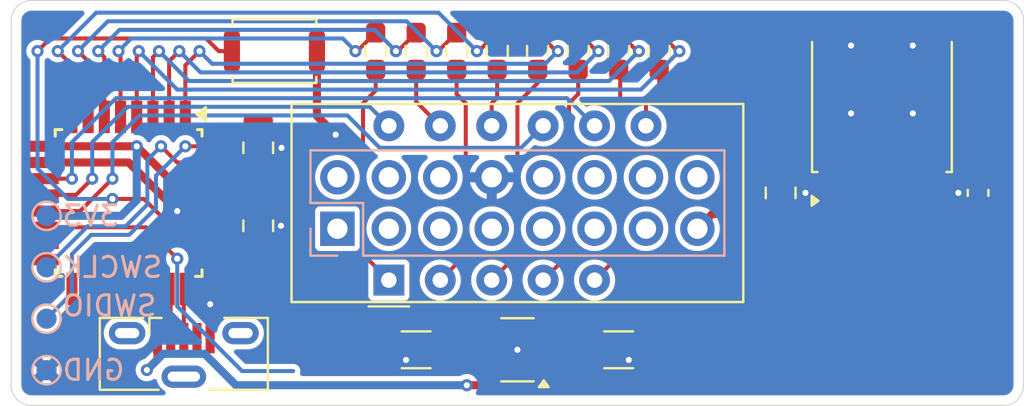
<source format=kicad_pcb>
(kicad_pcb (version 20240108) (generator "pcbnew") (generator_version "8.0")
  (layers (0 "F.Cu" signal) (31 "B.Cu" signal) (34 "B.Paste" user) (35 "F.Paste" user) (36 "B.SilkS" user "B.Silkscreen") (37 "F.SilkS" user "F.Silkscreen") (38 "B.Mask" user) (39 "F.Mask" user) (44 "Edge.Cuts" user))
  (net 0 "")
  (net 1 "GND")
  (net 2 "+5V")
  (net 3 "+12V")
  (net 19 "/USB_D+")
  (net 20 "/USB_D-")
  (net 33 "/~{RESET}")
  (net 35 "+3V3")
  (net 36 "Net-(U2-VDDCORE)")
  (net 37 "/SWCLK")
  (net 38 "/SWDIO")
  (net 39 "/A")
  (net 40 "Net-(U1-A)")
  (net 41 "Net-(U1-B)")
  (net 42 "/B")
  (net 43 "/C")
  (net 44 "Net-(U1-C)")
  (net 45 "Net-(U1-D)")
  (net 46 "/D")
  (net 47 "/E")
  (net 48 "Net-(U1-E)")
  (net 49 "Net-(U1-F)")
  (net 50 "/F")
  (net 51 "/G")
  (net 52 "Net-(U1-G)")
  (net 53 "Net-(U1-DP)")
  (net 54 "/DP")
  (net 55 "/DIG3")
  (net 56 "/DIG1")
  (net 57 "/DIG2")
  (net 59 "/V_MEASURE")
  (footprint "Resistor_SMD:R_0603_1608Metric_Pad0.98x0.95mm_HandSolder" (layer "F.Cu") (at 153 92.5 -90)
    (property "Reference" "R3" (hide yes))
    (property "Value" "120R" (hide yes))
    (fp_line (start -0.254724 0.5225) (end 0.254724 0.5225) (stroke (width 0.12)) (layer "F.SilkS"))
    (fp_line (start -0.254724 -0.5225) (end 0.254724 -0.5225) (stroke (width 0.12)) (layer "F.SilkS"))
    (pad "1" smd roundrect (at -0.9125 0 270) (size 0.975 0.95) (layers "F.Cu" "F.Paste" "F.Mask") (net 43 "/C"))
    (pad "2" smd roundrect (at 0.9125 0 270) (size 0.975 0.95) (layers "F.Cu" "F.Paste" "F.Mask") (net 44 "Net-(U1-C)"))
  )
  (footprint "Resistor_SMD:R_0603_1608Metric_Pad0.98x0.95mm_HandSolder" (layer "F.Cu") (at 143 92.5 -90)
    (property "Reference" "R5" (hide yes))
    (property "Value" "120R" (hide yes))
    (fp_line (start -0.254724 0.5225) (end 0.254724 0.5225) (stroke (width 0.12)) (layer "F.SilkS"))
    (fp_line (start -0.254724 -0.5225) (end 0.254724 -0.5225) (stroke (width 0.12)) (layer "F.SilkS"))
    (pad "1" smd roundrect (at -0.9125 0 270) (size 0.975 0.95) (layers "F.Cu" "F.Paste" "F.Mask") (net 47 "/E"))
    (pad "2" smd roundrect (at 0.9125 0 270) (size 0.975 0.95) (layers "F.Cu" "F.Paste" "F.Mask") (net 48 "Net-(U1-E)"))
  )
  (footprint "Capacitor_SMD:C_0805_2012Metric_Pad1.18x1.45mm_HandSolder" (layer "F.Cu") (at 163 99.5 90)
    (property "Reference" "C1" (hide yes))
    (property "Value" "330nF" (hide yes))
    (fp_line (start -0.261252 -0.735) (end 0.261252 -0.735) (stroke (width 0.12)) (layer "F.SilkS"))
    (fp_line (start -0.261252 0.735) (end 0.261252 0.735) (stroke (width 0.12)) (layer "F.SilkS"))
    (pad "1" smd roundrect (at -1.0375 0 90) (size 1.175 1.45) (layers "F.Cu" "F.Paste" "F.Mask") (roundrect_rratio 0.212766) (net 3 "+12V"))
    (pad "2" smd roundrect (at 1.0375 0 90) (size 1.175 1.45) (layers "F.Cu" "F.Paste" "F.Mask") (roundrect_rratio 0.212766) (net 1 "GND"))
  )
  (footprint "Resistor_SMD:R_0603_1608Metric_Pad0.98x0.95mm_HandSolder" (layer "F.Cu") (at 149 92.5 -90)
    (property "Reference" "R6" (hide yes))
    (property "Value" "120R" (hide yes))
    (fp_line (start -0.254724 0.5225) (end 0.254724 0.5225) (stroke (width 0.12)) (layer "F.SilkS"))
    (fp_line (start -0.254724 -0.5225) (end 0.254724 -0.5225) (stroke (width 0.12)) (layer "F.SilkS"))
    (pad "1" smd roundrect (at -0.9125 0 270) (size 0.975 0.95) (layers "F.Cu" "F.Paste" "F.Mask") (net 50 "/F"))
    (pad "2" smd roundrect (at 0.9125 0 270) (size 0.975 0.95) (layers "F.Cu" "F.Paste" "F.Mask") (net 49 "Net-(U1-F)"))
  )
  (footprint "Package_QFP:TQFP-32_7x7mm_P0.8mm" (layer "F.Cu") (at 130.8 100 -90)
    (property "Reference" "U2" (hide yes))
    (property "Value" "ATSAMD21E18A-A" (hide yes))
    (fp_line (start -3.625 3.625) (end -3.3 3.625) (stroke (width 0.15)) (layer "F.SilkS"))
    (fp_line (start -3.625 3.625) (end -3.625 3.3) (stroke (width 0.15)) (layer "F.SilkS"))
    (fp_line (start 3.625 3.625) (end 3.3 3.625) (stroke (width 0.15)) (layer "F.SilkS"))
    (fp_line (start 3.625 3.625) (end 3.625 3.3) (stroke (width 0.15)) (layer "F.SilkS"))
    (fp_line (start -3.625 -3.625) (end -3.625 -3.4) (stroke (width 0.15)) (layer "F.SilkS"))
    (fp_line (start -3.625 -3.625) (end -3.3 -3.625) (stroke (width 0.15)) (layer "F.SilkS"))
    (fp_line (start 3.625 -3.625) (end 3.625 -3.3) (stroke (width 0.15)) (layer "F.SilkS"))
    (fp_line (start 3.625 -3.625) (end 3.3 -3.625) (stroke (width 0.15)) (layer "F.SilkS"))
    (fp_poly (pts (xy -4.39 -3.34) (xy -4.73 -3.81) (xy -4.05 -3.81) (xy -4.39 -3.34)) (stroke (width 0.12)) (fill solid) (layer "F.SilkS"))
    (pad "1" smd rect (at -4.25 -2.8 270) (size 1.6 0.55) (layers "F.Cu" "F.Paste" "F.Mask") (net 54 "/DP"))
    (pad "2" smd rect (at -4.25 -2 270) (size 1.6 0.55) (layers "F.Cu" "F.Paste" "F.Mask") (net 43 "/C"))
    (pad "3" smd rect (at -4.25 -1.2 270) (size 1.6 0.55) (layers "F.Cu" "F.Paste" "F.Mask") (net 51 "/G"))
    (pad "4" smd rect (at -4.25 -0.4 270) (size 1.6 0.55) (layers "F.Cu" "F.Paste" "F.Mask") (net 42 "/B"))
    (pad "5" smd rect (at -4.25 0.4 270) (size 1.6 0.55) (layers "F.Cu" "F.Paste" "F.Mask") (net 47 "/E"))
    (pad "6" smd rect (at -4.25 1.2 270) (size 1.6 0.55) (layers "F.Cu" "F.Paste" "F.Mask") (net 39 "/A"))
    (pad "7" smd rect (at -4.25 2 270) (size 1.6 0.55) (layers "F.Cu" "F.Paste" "F.Mask") (net 46 "/D"))
    (pad "8" smd rect (at -4.25 2.8 270) (size 1.6 0.55) (layers "F.Cu" "F.Paste" "F.Mask") (net 50 "/F"))
    (pad "9" smd rect (at -2.8 4.25) (size 1.6 0.55) (layers "F.Cu" "F.Paste" "F.Mask") (net 35 "+3V3"))
    (pad "10" smd rect (at -2 4.25) (size 1.6 0.55) (layers "F.Cu" "F.Paste" "F.Mask") (net 1 "GND"))
    (pad "11" smd rect (at -1.2 4.25) (size 1.6 0.55) (layers "F.Cu" "F.Paste" "F.Mask") (net 55 "/DIG3"))
    (pad "12" smd rect (at -0.4 4.25) (size 1.6 0.55) (layers "F.Cu" "F.Paste" "F.Mask") (net 56 "/DIG1"))
    (pad "13" smd rect (at 0.4 4.25) (size 1.6 0.55) (layers "F.Cu" "F.Paste" "F.Mask") (net 57 "/DIG2"))
    (pad "14" smd rect (at 1.2 4.25) (size 1.6 0.55) (layers "F.Cu" "F.Paste" "F.Mask") (net 59 "/V_MEASURE"))
    (pad "15" smd rect (at 2 4.25) (size 1.6 0.55) (layers "F.Cu" "F.Paste" "F.Mask"))
    (pad "16" smd rect (at 2.8 4.25) (size 1.6 0.55) (layers "F.Cu" "F.Paste" "F.Mask"))
    (pad "17" smd rect (at 4.25 2.8 270) (size 1.6 0.55) (layers "F.Cu" "F.Paste" "F.Mask"))
    (pad "18" smd rect (at 4.25 2 270) (size 1.6 0.55) (layers "F.Cu" "F.Paste" "F.Mask"))
    (pad "19" smd rect (at 4.25 1.2 270) (size 1.6 0.55) (layers "F.Cu" "F.Paste" "F.Mask"))
    (pad "20" smd rect (at 4.25 0.4 270) (size 1.6 0.55) (layers "F.Cu" "F.Paste" "F.Mask"))
    (pad "21" smd rect (at 4.25 -0.4 270) (size 1.6 0.55) (layers "F.Cu" "F.Paste" "F.Mask"))
    (pad "22" smd rect (at 4.25 -1.2 270) (size 1.6 0.55) (layers "F.Cu" "F.Paste" "F.Mask"))
    (pad "23" smd rect (at 4.25 -2 270) (size 1.6 0.55) (layers "F.Cu" "F.Paste" "F.Mask") (net 20 "/USB_D-"))
    (pad "24" smd rect (at 4.25 -2.8 270) (size 1.6 0.55) (layers "F.Cu" "F.Paste" "F.Mask") (net 19 "/USB_D+"))
    (pad "25" smd rect (at 2.8 -4.25) (size 1.6 0.55) (layers "F.Cu" "F.Paste" "F.Mask"))
    (pad "26" smd rect (at 2 -4.25) (size 1.6 0.55) (layers "F.Cu" "F.Paste" "F.Mask") (net 33 "/~{RESET}"))
    (pad "27" smd rect (at 1.2 -4.25) (size 1.6 0.55) (layers "F.Cu" "F.Paste" "F.Mask"))
    (pad "28" smd rect (at 0.4 -4.25) (size 1.6 0.55) (layers "F.Cu" "F.Paste" "F.Mask") (net 1 "GND"))
    (pad "29" smd rect (at -0.4 -4.25) (size 1.6 0.55) (layers "F.Cu" "F.Paste" "F.Mask") (net 36 "Net-(U2-VDDCORE)"))
    (pad "30" smd rect (at -1.2 -4.25) (size 1.6 0.55) (layers "F.Cu" "F.Paste" "F.Mask") (net 35 "+3V3"))
    (pad "31" smd rect (at -2 -4.25) (size 1.6 0.55) (layers "F.Cu" "F.Paste" "F.Mask") (net 37 "/SWCLK"))
    (pad "32" smd rect (at -2.8 -4.25) (size 1.6 0.55) (layers "F.Cu" "F.Paste" "F.Mask") (net 38 "/SWDIO"))
  )
  (footprint "Package_TO_SOT_SMD:TO-252-2" (layer "F.Cu") (at 168.0025 95.16 90)
    (property "Reference" "U3" (hide yes))
    (property "Value" "L7805" (hide yes))
    (fp_line (start 3.11 -3.45) (end -3.31 -3.45) (stroke (width 0.12)) (layer "F.SilkS"))
    (fp_line (start -3.31 -3.45) (end -3.31 -3.18) (stroke (width 0.12)) (layer "F.SilkS"))
    (fp_line (start 3.11 3.45) (end -3.31 3.45) (stroke (width 0.12)) (layer "F.SilkS"))
    (fp_line (start -3.31 3.45) (end -3.31 3.18) (stroke (width 0.12)) (layer "F.SilkS"))
    (fp_poly (pts (xy -4.73 -3.14) (xy -4.97 -3.47) (xy -4.49 -3.47) (xy -4.73 -3.14)) (stroke (width 0.12)) (fill solid) (layer "F.SilkS"))
    (pad "1" smd roundrect (at -5.04 -2.28 90) (size 2.2 1.2) (layers "F.Cu" "F.Paste" "F.Mask") (roundrect_rratio 0.208333) (net 3 "+12V"))
    (pad "2" smd roundrect (at -0.415 -1.525 90) (size 3.05 2.75) (layers "F.Cu" "F.Paste") (roundrect_rratio 0.090909) (net 1 "GND"))
    (pad "2" smd roundrect (at -0.415 1.525 90) (size 3.05 2.75) (layers "F.Cu" "F.Paste") (roundrect_rratio 0.090909) (net 1 "GND"))
    (pad "2" smd roundrect (at 1.26 0 90) (size 6.4 5.8) (layers "F.Cu" "F.Mask") (roundrect_rratio 0.043103) (net 1 "GND"))
    (pad "2" smd roundrect (at 2.935 -1.525 90) (size 3.05 2.75) (layers "F.Cu" "F.Paste") (roundrect_rratio 0.090909) (net 1 "GND"))
    (pad "2" smd roundrect (at 2.935 1.525 90) (size 3.05 2.75) (layers "F.Cu" "F.Paste") (roundrect_rratio 0.090909) (net 1 "GND"))
    (pad "3" smd roundrect (at -5.04 2.28 90) (size 2.2 1.2) (layers "F.Cu" "F.Paste" "F.Mask") (roundrect_rratio 0.208333) (net 2 "+5V"))
  )
  (footprint "Resistor_SMD:R_0603_1608Metric_Pad0.98x0.95mm_HandSolder" (layer "F.Cu") (at 157 92.5 -90)
    (property "Reference" "R2" (hide yes))
    (property "Value" "120R" (hide yes))
    (fp_line (start -0.254724 0.5225) (end 0.254724 0.5225) (stroke (width 0.12)) (layer "F.SilkS"))
    (fp_line (start -0.254724 -0.5225) (end 0.254724 -0.5225) (stroke (width 0.12)) (layer "F.SilkS"))
    (pad "1" smd roundrect (at -0.9125 0 270) (size 0.975 0.95) (layers "F.Cu" "F.Paste" "F.Mask") (net 42 "/B"))
    (pad "2" smd roundrect (at 0.9125 0 270) (size 0.975 0.95) (layers "F.Cu" "F.Paste" "F.Mask") (net 41 "Net-(U1-B)"))
  )
  (footprint "Capacitor_SMD:C_0805_2012Metric_Pad1.18x1.45mm_HandSolder" (layer "F.Cu") (at 137.2 97.275 90)
    (property "Reference" "C5" (hide yes))
    (property "Value" "1uF" (hide yes))
    (fp_line (start -0.261252 -0.735) (end 0.261252 -0.735) (stroke (width 0.12)) (layer "F.SilkS"))
    (fp_line (start -0.261252 0.735) (end 0.261252 0.735) (stroke (width 0.12)) (layer "F.SilkS"))
    (pad "1" smd roundrect (at -1.0375 0 90) (size 1.175 1.45) (layers "F.Cu" "F.Paste" "F.Mask") (roundrect_rratio 0.212766) (net 35 "+3V3"))
    (pad "2" smd roundrect (at 1.0375 0 90) (size 1.175 1.45) (layers "F.Cu" "F.Paste" "F.Mask") (roundrect_rratio 0.212766) (net 1 "GND"))
  )
  (footprint "Resistor_SMD:R_0603_1608Metric_Pad0.98x0.95mm_HandSolder" (layer "F.Cu") (at 145 92.5 -90)
    (property "Reference" "R1" (hide yes))
    (property "Value" "120R" (hide yes))
    (fp_line (start -0.254724 0.5225) (end 0.254724 0.5225) (stroke (width 0.12)) (layer "F.SilkS"))
    (fp_line (start -0.254724 -0.5225) (end 0.254724 -0.5225) (stroke (width 0.12)) (layer "F.SilkS"))
    (pad "1" smd roundrect (at -0.9125 0 270) (size 0.975 0.95) (layers "F.Cu" "F.Paste" "F.Mask") (net 39 "/A"))
    (pad "2" smd roundrect (at 0.9125 0 270) (size 0.975 0.95) (layers "F.Cu" "F.Paste" "F.Mask") (net 40 "Net-(U1-A)"))
  )
  (footprint "Resistor_SMD:R_0603_1608Metric_Pad0.98x0.95mm_HandSolder" (layer "F.Cu") (at 147 92.5 -90)
    (property "Reference" "R4" (hide yes))
    (property "Value" "120R" (hide yes))
    (fp_line (start -0.254724 0.5225) (end 0.254724 0.5225) (stroke (width 0.12)) (layer "F.SilkS"))
    (fp_line (start -0.254724 -0.5225) (end 0.254724 -0.5225) (stroke (width 0.12)) (layer "F.SilkS"))
    (pad "1" smd roundrect (at -0.9125 0 270) (size 0.975 0.95) (layers "F.Cu" "F.Paste" "F.Mask") (net 46 "/D"))
    (pad "2" smd roundrect (at 0.9125 0 270) (size 0.975 0.95) (layers "F.Cu" "F.Paste" "F.Mask") (net 45 "Net-(U1-D)"))
  )
  (footprint "Resistor_SMD:R_0603_1608Metric_Pad0.98x0.95mm_HandSolder" (layer "F.Cu") (at 151 92.5 -90)
    (property "Reference" "R8" (hide yes))
    (property "Value" "120R" (hide yes))
    (fp_line (start -0.254724 0.5225) (end 0.254724 0.5225) (stroke (width 0.12)) (layer "F.SilkS"))
    (fp_line (start -0.254724 -0.5225) (end 0.254724 -0.5225) (stroke (width 0.12)) (layer "F.SilkS"))
    (pad "1" smd roundrect (at -0.9125 0 270) (size 0.975 0.95) (layers "F.Cu" "F.Paste" "F.Mask") (net 54 "/DP"))
    (pad "2" smd roundrect (at 0.9125 0 270) (size 0.975 0.95) (layers "F.Cu" "F.Paste" "F.Mask") (net 53 "Net-(U1-DP)"))
  )
  (footprint "Package_TO_SOT_SMD:SOT-23-5" (layer "F.Cu") (at 150 107.25 180)
    (property "Reference" "U4" (hide yes))
    (property "Value" "AP2112K-3.3" (hide yes))
    (fp_line (start 0 1.56) (end 0.8 1.56) (stroke (width 0.12)) (layer "F.SilkS"))
    (fp_line (start 0 1.56) (end -0.8 1.56) (stroke (width 0.12)) (layer "F.SilkS"))
    (fp_line (start 0 -1.56) (end 0.8 -1.56) (stroke (width 0.12)) (layer "F.SilkS"))
    (fp_line (start 0 -1.56) (end -0.8 -1.56) (stroke (width 0.12)) (layer "F.SilkS"))
    (fp_poly (pts (xy -1.3 -1.51) (xy -1.54 -1.84) (xy -1.06 -1.84) (xy -1.3 -1.51)) (stroke (width 0.12)) (fill solid) (layer "F.SilkS"))
    (pad "1" smd roundrect (at -1.1375 -0.95 180) (size 1.325 0.6) (layers "F.Cu" "F.Paste" "F.Mask") (net 2 "+5V"))
    (pad "2" smd roundrect (at -1.1375 0 180) (size 1.325 0.6) (layers "F.Cu" "F.Paste" "F.Mask") (net 1 "GND"))
    (pad "3" smd roundrect (at -1.1375 0.95 180) (size 1.325 0.6) (layers "F.Cu" "F.Paste" "F.Mask") (net 2 "+5V"))
    (pad "4" smd roundrect (at 1.1375 0.95 180) (size 1.325 0.6) (layers "F.Cu" "F.Paste" "F.Mask"))
    (pad "5" smd roundrect (at 1.1375 -0.95 180) (size 1.325 0.6) (layers "F.Cu" "F.Paste" "F.Mask") (net 35 "+3V3"))
  )
  (footprint "Connector_USB:USB_Micro-B_Molex-105133-0001" (layer "F.Cu") (at 133.525 107.5)
    (property "Reference" "J2" (hide yes))
    (property "Value" "USB_B_Micro" (hide yes))
    (fp_line (start -4.15 -1.825) (end -4.15 1.725) (stroke (width 0.12)) (layer "F.SilkS"))
    (fp_line (start -4.15 1.725) (end -1.25 1.725) (stroke (width 0.12)) (layer "F.SilkS"))
    (fp_line (start -2 -1.825) (end -4.15 -1.825) (stroke (width 0.12)) (layer "F.SilkS"))
    (fp_line (start -1.7 -1.825) (end -1.1 -1.825) (stroke (width 0.12)) (layer "F.SilkS"))
    (fp_line (start -1.7 -1.075) (end -1.7 -1.825) (stroke (width 0.12)) (layer "F.SilkS"))
    (fp_line (start 2 -1.825) (end 4.15 -1.825) (stroke (width 0.12)) (layer "F.SilkS"))
    (fp_line (start 4.15 -1.825) (end 4.15 1.725) (stroke (width 0.12)) (layer "F.SilkS"))
    (fp_line (start 4.15 1.725) (end 1.25 1.725) (stroke (width 0.12)) (layer "F.SilkS"))
    (pad "1" smd rect (at -1.3 -0.825) (size 0.45 1.5) (layers "F.Cu" "F.Paste" "F.Mask") (net 2 "+5V"))
    (pad "2" smd rect (at -0.65 -0.825) (size 0.45 1.5) (layers "F.Cu" "F.Paste" "F.Mask") (net 20 "/USB_D-"))
    (pad "3" smd rect (at 0 -0.825) (size 0.45 1.5) (layers "F.Cu" "F.Paste" "F.Mask") (net 19 "/USB_D+"))
    (pad "4" smd rect (at 0.65 -0.825) (size 0.45 1.5) (layers "F.Cu" "F.Paste" "F.Mask"))
    (pad "5" smd rect (at 1.3 -0.825) (size 0.45 1.5) (layers "F.Cu" "F.Paste" "F.Mask") (net 1 "GND"))
    (pad "6" thru_hole oval (at -2.8 -1.075) (size 1.8 1.1) (drill oval 1.2 0.5) (layers "*.Cu" "*.Mask"))
    (pad "6" thru_hole oval (at 0 1.075) (size 2.2 1.1) (drill oval 1.6 0.5) (layers "*.Cu" "*.Mask"))
    (pad "6" thru_hole oval (at 2.8 -1.075) (size 1.8 1.1) (drill oval 1.2 0.5) (layers "*.Cu" "*.Mask"))
  )
  (footprint "Resistor_SMD:R_0603_1608Metric_Pad0.98x0.95mm_HandSolder" (layer "F.Cu") (at 155 92.5 -90)
    (property "Reference" "R7" (hide yes))
    (property "Value" "120R" (hide yes))
    (fp_line (start -0.254724 0.5225) (end 0.254724 0.5225) (stroke (width 0.12)) (layer "F.SilkS"))
    (fp_line (start -0.254724 -0.5225) (end 0.254724 -0.5225) (stroke (width 0.12)) (layer "F.SilkS"))
    (pad "1" smd roundrect (at -0.9125 0 270) (size 0.975 0.95) (layers "F.Cu" "F.Paste" "F.Mask") (net 51 "/G"))
    (pad "2" smd roundrect (at 0.9125 0 270) (size 0.975 0.95) (layers "F.Cu" "F.Paste" "F.Mask") (net 52 "Net-(U1-G)"))
  )
  (footprint "Capacitor_SMD:C_0603_1608Metric_Pad1.08x0.95mm_HandSolder" (layer "F.Cu") (at 172.75 99.5 90)
    (property "Reference" "C2" (hide yes))
    (property "Value" "100nF" (hide yes))
    (fp_line (start -0.146267 -0.51) (end 0.146267 -0.51) (stroke (width 0.12)) (layer "F.SilkS"))
    (fp_line (start -0.146267 0.51) (end 0.146267 0.51) (stroke (width 0.12)) (layer "F.SilkS"))
    (pad "1" smd roundrect (at -0.8625 0 90) (size 1.075 0.95) (layers "F.Cu" "F.Paste" "F.Mask") (net 2 "+5V"))
    (pad "2" smd roundrect (at 0.8625 0 90) (size 1.075 0.95) (layers "F.Cu" "F.Paste" "F.Mask") (net 1 "GND"))
  )
  (footprint "obd-things:ARKLED_SP420281N" (layer "F.Cu") (at 143.65 103.81 90)
    (property "Reference" "U1" (hide yes))
    (property "Value" "SP420281N" (hide yes))
    (fp_line (start 8.7 -4.805) (end 8.7 17.505) (stroke (width 0.12)) (layer "F.SilkS"))
    (fp_line (start -1.08 -4.805) (end 8.7 -4.805) (stroke (width 0.12)) (layer "F.SilkS"))
    (fp_line (start -1.08 -4.805) (end -1.08 17.505) (stroke (width 0.12)) (layer "F.SilkS"))
    (fp_line (start -1.3 -1) (end -1.3 1) (stroke (width 0.12)) (layer "F.SilkS"))
    (fp_line (start -1.08 17.505) (end 8.7 17.505) (stroke (width 0.12)) (layer "F.SilkS"))
    (pad "1" thru_hole rect (at 0 0 90) (size 1.524 1.524) (drill 0.762) (layers "*.Cu" "*.Mask") (net 48 "Net-(U1-E)"))
    (pad "2" thru_hole circle (at 0 2.54 90) (size 1.524 1.524) (drill 0.762) (layers "*.Cu" "*.Mask") (net 45 "Net-(U1-D)"))
    (pad "3" thru_hole circle (at 0 5.08 90) (size 1.524 1.524) (drill 0.762) (layers "*.Cu" "*.Mask") (net 53 "Net-(U1-DP)"))
    (pad "4" thru_hole circle (at 0 7.62 90) (size 1.524 1.524) (drill 0.762) (layers "*.Cu" "*.Mask") (net 44 "Net-(U1-C)"))
    (pad "5" thru_hole circle (at 0 10.16 90) (size 1.524 1.524) (drill 0.762) (layers "*.Cu" "*.Mask") (net 52 "Net-(U1-G)"))
    (pad "7" thru_hole circle (at 7.62 12.7 90) (size 1.524 1.524) (drill 0.762) (layers "*.Cu" "*.Mask") (net 41 "Net-(U1-B)"))
    (pad "8" thru_hole circle (at 7.62 10.16 90) (size 1.524 1.524) (drill 0.762) (layers "*.Cu" "*.Mask") (net 55 "/DIG3"))
    (pad "9" thru_hole circle (at 7.62 7.62 90) (size 1.524 1.524) (drill 0.762) (layers "*.Cu" "*.Mask") (net 57 "/DIG2"))
    (pad "10" thru_hole circle (at 7.62 5.08 90) (size 1.524 1.524) (drill 0.762) (layers "*.Cu" "*.Mask") (net 49 "Net-(U1-F)"))
    (pad "11" thru_hole circle (at 7.62 2.54 90) (size 1.524 1.524) (drill 0.762) (layers "*.Cu" "*.Mask") (net 40 "Net-(U1-A)"))
    (pad "12" thru_hole circle (at 7.62 0 90) (size 1.524 1.524) (drill 0.762) (layers "*.Cu" "*.Mask") (net 56 "/DIG1"))
  )
  (footprint "Button_Switch_SMD:SW_Push_SPST_NO_Alps_SKRK" (layer "F.Cu") (at 138 92.5)
    (property "Reference" "SW1" (hide yes))
    (property "Value" "SKRK" (hide yes))
    (fp_line (start -2.07 -1.57) (end 2.07 -1.57) (stroke (width 0.12)) (layer "F.SilkS"))
    (fp_line (start -2.07 -1.27) (end -2.07 -1.57) (stroke (width 0.12)) (layer "F.SilkS"))
    (fp_line (start -2.07 1.57) (end -2.07 1.27) (stroke (width 0.12)) (layer "F.SilkS"))
    (fp_line (start 2.07 -1.57) (end 2.07 -1.27) (stroke (width 0.12)) (layer "F.SilkS"))
    (fp_line (start 2.07 1.27) (end 2.07 1.57) (stroke (width 0.12)) (layer "F.SilkS"))
    (fp_line (start 2.07 1.57) (end -2.07 1.57) (stroke (width 0.12)) (layer "F.SilkS"))
    (pad "1" smd roundrect (at -2.1 0) (size 0.8 2) (layers "F.Cu" "F.Paste" "F.Mask") (net 33 "/~{RESET}"))
    (pad "2" smd roundrect (at 2.1 0) (size 0.8 2) (layers "F.Cu" "F.Paste" "F.Mask") (net 1 "GND"))
  )
  (footprint "Capacitor_SMD:C_1206_3216Metric_Pad1.33x1.80mm_HandSolder" (layer "F.Cu") (at 155 107.25)
    (property "Reference" "C3" (hide yes))
    (property "Value" "10uF" (hide yes))
    (fp_line (start -0.711252 -0.91) (end 0.711252 -0.91) (stroke (width 0.12)) (layer "F.SilkS"))
    (fp_line (start -0.711252 0.91) (end 0.711252 0.91) (stroke (width 0.12)) (layer "F.SilkS"))
    (pad "1" smd roundrect (at -1.5625 0) (size 1.325 1.8) (layers "F.Cu" "F.Paste" "F.Mask") (roundrect_rratio 0.188679) (net 2 "+5V"))
    (pad "2" smd roundrect (at 1.5625 0) (size 1.325 1.8) (layers "F.Cu" "F.Paste" "F.Mask") (roundrect_rratio 0.188679) (net 1 "GND"))
  )
  (footprint "Capacitor_SMD:C_0805_2012Metric_Pad1.18x1.45mm_HandSolder" (layer "F.Cu") (at 137.2 101.125 -90)
    (property "Reference" "C6" (hide yes))
    (property "Value" "1uF" (hide yes))
    (fp_line (start -0.261252 0.735) (end 0.261252 0.735) (stroke (width 0.12)) (layer "F.SilkS"))
    (fp_line (start -0.261252 -0.735) (end 0.261252 -0.735) (stroke (width 0.12)) (layer "F.SilkS"))
    (pad "1" smd roundrect (at -1.0375 0 270) (size 1.175 1.45) (layers "F.Cu" "F.Paste" "F.Mask") (roundrect_rratio 0.212766) (net 36 "Net-(U2-VDDCORE)"))
    (pad "2" smd roundrect (at 1.0375 0 270) (size 1.175 1.45) (layers "F.Cu" "F.Paste" "F.Mask") (roundrect_rratio 0.212766) (net 1 "GND"))
  )
  (footprint "Capacitor_SMD:C_1206_3216Metric_Pad1.33x1.80mm_HandSolder" (layer "F.Cu") (at 145 107.25 180)
    (property "Reference" "C4" (hide yes))
    (property "Value" "10uF" (hide yes))
    (fp_line (start -0.711252 0.91) (end 0.711252 0.91) (stroke (width 0.12)) (layer "F.SilkS"))
    (fp_line (start -0.711252 -0.91) (end 0.711252 -0.91) (stroke (width 0.12)) (layer "F.SilkS"))
    (pad "1" smd roundrect (at -1.5625 0 180) (size 1.325 1.8) (layers "F.Cu" "F.Paste" "F.Mask") (roundrect_rratio 0.188679) (net 35 "+3V3"))
    (pad "2" smd roundrect (at 1.5625 0 180) (size 1.325 1.8) (layers "F.Cu" "F.Paste" "F.Mask") (roundrect_rratio 0.188679) (net 1 "GND"))
  )
  (footprint "TestPoint:TestPoint_Pad_D1.0mm" (layer "B.Cu") (at 126.745 100.635 -90)
    (property "Reference" "TP1" (hide yes))
    (property "Value" "+3V3" (hide yes))
    (fp_circle (center 0 0) (end 0 -0.7) (stroke (width 0.12)) (fill none) (layer "B.SilkS"))
    (pad "1" smd circle (at 0 0 270) (size 1 1) (layers "B.Cu" "B.Mask") (net 35 "+3V3"))
  )
  (footprint "TestPoint:TestPoint_Pad_D1.0mm" (layer "B.Cu") (at 126.745 103.175 -90)
    (property "Reference" "TP2" (hide yes))
    (property "Value" "SWCLK" (hide yes))
    (fp_circle (center 0 0) (end 0 -0.7) (stroke (width 0.12)) (fill none) (layer "B.SilkS"))
    (pad "1" smd circle (at 0 0 270) (size 1 1) (layers "B.Cu" "B.Mask") (net 37 "/SWCLK"))
  )
  (footprint "TestPoint:TestPoint_Pad_D1.0mm" (layer "B.Cu") (at 126.745 108.255 -90)
    (property "Reference" "TP4" (hide yes))
    (property "Value" "GND" (hide yes))
    (fp_circle (center 0 0) (end 0 -0.7) (stroke (width 0.12)) (fill none) (layer "B.SilkS"))
    (pad "1" smd circle (at 0 0 270) (size 1 1) (layers "B.Cu" "B.Mask") (net 1 "GND"))
  )
  (footprint "Connector_PinSocket_2.54mm:PinSocket_2x08_P2.54mm_Vertical" (layer "B.Cu") (at 141.11 101.27 -90)
    (property "Reference" "J1" (hide yes))
    (property "Value" "Conn_02x08_Odd_Even" (hide yes))
    (fp_line (start -1.27 1.33) (end -3.87 1.33) (stroke (width 0.12)) (layer "B.SilkS"))
    (fp_line (start 1.33 1.33) (end 0 1.33) (stroke (width 0.12)) (layer "B.SilkS"))
    (fp_line (start 1.33 0) (end 1.33 1.33) (stroke (width 0.12)) (layer "B.SilkS"))
    (fp_line (start -1.27 -1.27) (end -1.27 1.33) (stroke (width 0.12)) (layer "B.SilkS"))
    (fp_line (start 1.33 -1.27) (end -1.27 -1.27) (stroke (width 0.12)) (layer "B.SilkS"))
    (fp_line (start -3.87 -19.11) (end -3.87 1.33) (stroke (width 0.12)) (layer "B.SilkS"))
    (fp_line (start 1.33 -19.11) (end 1.33 -1.27) (stroke (width 0.12)) (layer "B.SilkS"))
    (fp_line (start 1.33 -19.11) (end -3.87 -19.11) (stroke (width 0.12)) (layer "B.SilkS"))
    (pad "1" thru_hole rect (at 0 0 270) (size 1.7 1.7) (drill 1) (layers "*.Cu" "*.Mask"))
    (pad "2" thru_hole oval (at -2.54 0 270) (size 1.7 1.7) (drill 1) (layers "*.Cu" "*.Mask"))
    (pad "3" thru_hole oval (at 0 -2.54 270) (size 1.7 1.7) (drill 1) (layers "*.Cu" "*.Mask"))
    (pad "4" thru_hole oval (at -2.54 -2.54 270) (size 1.7 1.7) (drill 1) (layers "*.Cu" "*.Mask"))
    (pad "5" thru_hole oval (at 0 -5.08 270) (size 1.7 1.7) (drill 1) (layers "*.Cu" "*.Mask"))
    (pad "6" thru_hole oval (at -2.54 -5.08 270) (size 1.7 1.7) (drill 1) (layers "*.Cu" "*.Mask"))
    (pad "7" thru_hole oval (at 0 -7.62 270) (size 1.7 1.7) (drill 1) (layers "*.Cu" "*.Mask"))
    (pad "8" thru_hole oval (at -2.54 -7.62 270) (size 1.7 1.7) (drill 1) (layers "*.Cu" "*.Mask") (net 1 "GND"))
    (pad "9" thru_hole oval (at 0 -10.16 270) (size 1.7 1.7) (drill 1) (layers "*.Cu" "*.Mask"))
    (pad "10" thru_hole oval (at -2.54 -10.16 270) (size 1.7 1.7) (drill 1) (layers "*.Cu" "*.Mask"))
    (pad "11" thru_hole oval (at 0 -12.7 270) (size 1.7 1.7) (drill 1) (layers "*.Cu" "*.Mask"))
    (pad "12" thru_hole oval (at -2.54 -12.7 270) (size 1.7 1.7) (drill 1) (layers "*.Cu" "*.Mask"))
    (pad "13" thru_hole oval (at 0 -15.24 270) (size 1.7 1.7) (drill 1) (layers "*.Cu" "*.Mask"))
    (pad "14" thru_hole oval (at -2.54 -15.24 270) (size 1.7 1.7) (drill 1) (layers "*.Cu" "*.Mask"))
    (pad "15" thru_hole oval (at 0 -17.78 270) (size 1.7 1.7) (drill 1) (layers "*.Cu" "*.Mask") (net 3 "+12V"))
    (pad "16" thru_hole oval (at -2.54 -17.78 270) (size 1.7 1.7) (drill 1) (layers "*.Cu" "*.Mask"))
  )
  (footprint "TestPoint:TestPoint_Pad_D1.0mm" (layer "B.Cu") (at 126.745 105.715 -90)
    (property "Reference" "TP3" (hide yes))
    (property "Value" "SWDIO" (hide yes))
    (fp_circle (center 0 0) (end 0 -0.7) (stroke (width 0.12)) (fill none) (layer "B.SilkS"))
    (pad "1" smd circle (at 0 0 270) (size 1 1) (layers "B.Cu" "B.Mask") (net 38 "/SWDIO"))
  )
  (gr_arc (start 175 109) (mid 174.707107 109.707107) (end 174 110) (stroke (width 0.05)) (layer "Edge.Cuts"))
  (gr_arc (start 126 110) (mid 125.292893 109.707107) (end 125 109) (stroke (width 0.05)) (layer "Edge.Cuts"))
  (gr_line (start 175 91) (end 175 109) (stroke (width 0.05)) (layer "Edge.Cuts"))
  (gr_arc (start 174 90) (mid 174.707107 90.292893) (end 175 91) (stroke (width 0.05)) (layer "Edge.Cuts"))
  (gr_line (start 126 110) (end 174 110) (stroke (width 0.05)) (layer "Edge.Cuts"))
  (gr_line (start 126 90) (end 174 90) (stroke (width 0.05)) (layer "Edge.Cuts"))
  (gr_line (start 125 91) (end 125 109) (stroke (width 0.05)) (layer "Edge.Cuts"))
  (gr_arc (start 125 91) (mid 125.292893 90.292893) (end 126 90) (stroke (width 0.05)) (layer "Edge.Cuts"))
  (gr_text "SWDIO" (at 127.445 105.08 0) (layer "B.SilkS") (effects (font (size 1 1)) (justify right mirror)))
  (gr_text "GND" (at 127.445 108.255 0) (layer "B.SilkS") (effects (font (size 1 1)) (justify right mirror)))
  (gr_text "SWCLK" (at 127.445 103.175 0) (layer "B.SilkS") (effects (font (size 1 1)) (justify right mirror)))
  (gr_text "3V3" (at 127.445 100.635 0) (layer "B.SilkS") (effects (font (size 1 1)) (justify right mirror)))
  (segment (start 172.6375 98.6375) (end 171.775 99.5) (width 0.4) (layer "F.Cu") (net 1))
  (segment (start 126.55 98) (end 130.8 98) (width 0.4) (layer "F.Cu") (net 1))
  (segment (start 130.8 98) (end 133.2 100.4) (width 0.4) (layer "F.Cu") (net 1))
  (segment (start 133.2 100.4) (end 135.05 100.4) (width 0.4) (layer "F.Cu") (net 1))
  (segment (start 134.825 106.675) (end 134.825 105) (width 0.4) (layer "F.Cu") (net 1))
  (segment (start 140.1 95.7) (end 140.1 92.5) (width 0.4) (layer "F.Cu") (net 1))
  (segment (start 137.3125 96.2375) (end 138.35 97.275) (width 0.4) (layer "F.Cu") (net 1))
  (segment (start 144.5 107.75) (end 143.9375 107.75) (width 0.4) (layer "F.Cu") (net 1))
  (segment (start 137.2 102.1625) (end 137.2875 102.1625) (width 0.4) (layer "F.Cu") (net 1))
  (segment (start 143.9375 107.75) (end 143.4375 107.25) (width 0.4) (layer "F.Cu") (net 1))
  (segment (start 137.2 96.2375) (end 137.3125 96.2375) (width 0.4) (layer "F.Cu") (net 1))
  (segment (start 155.5 107.75) (end 156.0625 107.75) (width 0.4) (layer "F.Cu") (net 1))
  (segment (start 137.2875 102.1625) (end 138.325 101.125) (width 0.4) (layer "F.Cu") (net 1))
  (segment (start 163 98.4625) (end 163.1875 98.4625) (width 0.4) (layer "F.Cu") (net 1))
  (segment (start 163.1875 98.4625) (end 164.225 99.5) (width 0.4) (layer "F.Cu") (net 1))
  (segment (start 172.75 98.6375) (end 172.6375 98.6375) (width 0.4) (layer "F.Cu") (net 1))
  (segment (start 156.0625 107.75) (end 156.5625 107.25) (width 0.4) (layer "F.Cu") (net 1))
  (segment (start 141.025 96.625) (end 140.1 95.7) (width 0.4) (layer "F.Cu") (net 1))
  (segment (start 150 107.25) (end 151.1375 107.25) (width 0.4) (layer "F.Cu") (net 1))
  (via (at 144.5 107.75) (size 0.6) (drill 0.3) (layers "F.Cu" "B.Cu") (net 1))
  (via (at 134.825 105) (size 0.6) (drill 0.3) (layers "F.Cu" "B.Cu") (net 1))
  (via (at 164.225 99.5) (size 0.6) (drill 0.3) (layers "F.Cu" "B.Cu") (net 1))
  (via (at 150 107.25) (size 0.6) (drill 0.3) (layers "F.Cu" "B.Cu") (net 1))
  (via (at 171.775 99.5) (size 0.6) (drill 0.3) (layers "F.Cu" "B.Cu") (net 1))
  (via (at 138.35 97.275) (size 0.6) (drill 0.3) (layers "F.Cu" "B.Cu") (net 1))
  (via (at 138.325 101.125) (size 0.6) (drill 0.3) (layers "F.Cu" "B.Cu") (net 1))
  (via (at 169.5275 95.575) (size 0.6) (drill 0.3) (layers "F.Cu" "B.Cu") (net 1))
  (via (at 133.2 100.4) (size 0.6) (drill 0.3) (layers "F.Cu" "B.Cu") (net 1))
  (via (at 141.025 96.625) (size 0.6) (drill 0.3) (layers "F.Cu" "B.Cu") (net 1))
  (via (at 169.5275 92.225) (size 0.6) (drill 0.3) (layers "F.Cu" "B.Cu") (net 1))
  (via (at 166.4775 92.225) (size 0.6) (drill 0.3) (layers "F.Cu" "B.Cu") (net 1))
  (via (at 166.4775 95.575) (size 0.6) (drill 0.3) (layers "F.Cu" "B.Cu") (net 1))
  (via (at 155.5 107.75) (size 0.6) (drill 0.3) (layers "F.Cu" "B.Cu") (net 1))
  (segment (start 151.1375 106.3) (end 151.975 106.3) (width 0.4) (layer "F.Cu") (net 2))
  (segment (start 155.9 105.75) (end 158.25 105.75) (width 0.4) (layer "F.Cu") (net 2))
  (segment (start 170.445 100.3625) (end 170.2825 100.2) (width 0.4) (layer "F.Cu") (net 2))
  (segment (start 153.0125 107.675) (end 153.4375 107.25) (width 0.4) (layer "F.Cu") (net 2))
  (segment (start 131.7 108.25) (end 132.225 107.725) (width 0.4) (layer "F.Cu") (net 2))
  (segment (start 153.4375 107.25) (end 154.4 107.25) (width 0.4) (layer "F.Cu") (net 2))
  (segment (start 132.225 107.725) (end 132.225 106.675) (width 0.4) (layer "F.Cu") (net 2))
  (segment (start 152.5 106.825) (end 153.0125 106.825) (width 0.4) (layer "F.Cu") (net 2))
  (segment (start 150.306974 108.2) (end 151.1375 108.2) (width 0.4) (layer "F.Cu") (net 2))
  (segment (start 151.975 106.3) (end 152.5 106.825) (width 0.4) (layer "F.Cu") (net 2))
  (segment (start 154.4 107.25) (end 155.9 105.75) (width 0.4) (layer "F.Cu") (net 2))
  (segment (start 151.1375 108.2) (end 151.975 108.2) (width 0.4) (layer "F.Cu") (net 2))
  (segment (start 151.975 108.2) (end 152.5 107.675) (width 0.4) (layer "F.Cu") (net 2))
  (segment (start 152.5 107.675) (end 153.0125 107.675) (width 0.4) (layer "F.Cu") (net 2))
  (segment (start 153.0125 106.825) (end 153.4375 107.25) (width 0.4) (layer "F.Cu") (net 2))
  (segment (start 172.75 100.3625) (end 170.445 100.3625) (width 0.4) (layer "F.Cu") (net 2))
  (segment (start 147.5 109) (end 149.506974 109) (width 0.4) (layer "F.Cu") (net 2))
  (segment (start 149.506974 109) (end 150.306974 108.2) (width 0.4) (layer "F.Cu") (net 2))
  (via (at 147.5 109) (size 0.6) (drill 0.3) (layers "F.Cu" "B.Cu") (net 2))
  (via (at 131.7 108.25) (size 0.6) (drill 0.3) (layers "F.Cu" "B.Cu") (net 2))
  (segment (start 131.7 108.25) (end 132.5 107.45) (width 0.4) (layer "B.Cu") (net 2))
  (segment (start 134.55 107.45) (end 136.1 109) (width 0.4) (layer "B.Cu") (net 2))
  (segment (start 136.1 109) (end 147.5 109) (width 0.4) (layer "B.Cu") (net 2))
  (segment (start 132.5 107.45) (end 134.55 107.45) (width 0.4) (layer "B.Cu") (net 2))
  (segment (start 163 100.5375) (end 165.385 100.5375) (width 0.4) (layer "F.Cu") (net 3))
  (segment (start 159.6225 100.5375) (end 158.89 101.27) (width 0.4) (layer "F.Cu") (net 3))
  (segment (start 163 100.5375) (end 159.6225 100.5375) (width 0.4) (layer "F.Cu") (net 3))
  (segment (start 165.385 100.5375) (end 165.7225 100.2) (width 0.4) (layer "F.Cu") (net 3))
  (segment (start 133.525 106.675) (end 133.525 104.325) (width 0.2) (layer "F.Cu") (net 19))
  (segment (start 133.525 104.325) (end 133.6 104.25) (width 0.2) (layer "F.Cu") (net 19))
  (segment (start 132.875 104.325) (end 132.8 104.25) (width 0.2) (layer "F.Cu") (net 20))
  (segment (start 132.875 106.675) (end 132.875 104.325) (width 0.2) (layer "F.Cu") (net 20))
  (segment (start 130 99.8) (end 131.55 99.8) (width 0.2) (layer "F.Cu") (net 33))
  (segment (start 134.625 91.875) (end 135.25 92.5) (width 0.2) (layer "F.Cu") (net 33))
  (segment (start 135.25 92.5) (end 135.9 92.5) (width 0.2) (layer "F.Cu") (net 33))
  (segment (start 131.55 99.8) (end 133.75 102) (width 0.2) (layer "F.Cu") (net 33))
  (segment (start 126.3 92.5) (end 126.925 91.875) (width 0.2) (layer "F.Cu") (net 33))
  (segment (start 126.925 91.875) (end 134.625 91.875) (width 0.2) (layer "F.Cu") (net 33))
  (segment (start 133.75 102) (end 135.05 102) (width 0.2) (layer "F.Cu") (net 33))
  (via (at 126.3 92.5) (size 0.6) (drill 0.3) (layers "F.Cu" "B.Cu") (net 33))
  (via (at 130 99.8) (size 0.6) (drill 0.3) (layers "F.Cu" "B.Cu") (net 33))
  (segment (start 126.3 98.3) (end 127.8 99.8) (width 0.2) (layer "B.Cu") (net 33))
  (segment (start 127.8 99.8) (end 130 99.8) (width 0.2) (layer "B.Cu") (net 33))
  (segment (start 126.3 92.5) (end 126.3 98.3) (width 0.2) (layer "B.Cu") (net 33))
  (segment (start 137.0125 98.5) (end 137.2 98.3125) (width 0.4) (layer "F.Cu") (net 35))
  (segment (start 140.3 105.75) (end 144.1 105.75) (width 0.4) (layer "F.Cu") (net 35))
  (segment (start 135.05 98.8) (end 136 98.8) (width 0.4) (layer "F.Cu") (net 35))
  (segment (start 136.125 98.675) (end 136.3 98.5) (width 0.4) (layer "F.Cu") (net 35))
  (segment (start 148.8625 107.5375) (end 148.575 107.25) (width 0.4) (layer "F.Cu") (net 35))
  (segment (start 144.1 105.75) (end 145.6 107.25) (width 0.4) (layer "F.Cu") (net 35))
  (segment (start 136.3 98.5) (end 137.0125 98.5) (width 0.4) (layer "F.Cu") (net 35))
  (segment (start 145.6 107.25) (end 146.5625 107.25) (width 0.4) (layer "F.Cu") (net 35))
  (segment (start 148.575 107.25) (end 146.5625 107.25) (width 0.4) (layer "F.Cu") (net 35))
  (segment (start 131.2 97.2) (end 132.8 98.8) (width 0.4) (layer "F.Cu") (net 35))
  (segment (start 136 98.8) (end 136.125 98.675) (width 0.4) (layer "F.Cu") (net 35))
  (segment (start 126.55 97.2) (end 131.2 97.2) (width 0.4) (layer "F.Cu") (net 35))
  (segment (start 138.9125 98.3125) (end 139.55 98.95) (width 0.4) (layer "F.Cu") (net 35))
  (segment (start 148.8625 108.2) (end 148.8625 107.5375) (width 0.4) (layer "F.Cu") (net 35))
  (segment (start 137.2 98.3125) (end 138.9125 98.3125) (width 0.4) (layer "F.Cu") (net 35))
  (segment (start 139.55 105) (end 140.3 105.75) (width 0.4) (layer "F.Cu") (net 35))
  (segment (start 139.55 98.95) (end 139.55 105) (width 0.4) (layer "F.Cu") (net 35))
  (segment (start 132.8 98.8) (end 135.05 98.8) (width 0.4) (layer "F.Cu") (net 35))
  (via (at 131.2 97.2) (size 0.6) (drill 0.3) (layers "F.Cu" "B.Cu") (net 35))
  (segment (start 126.745 100.635) (end 130.4275 100.635) (width 0.4) (layer "B.Cu") (net 35))
  (segment (start 131.2 97.2) (end 131.2 99.8625) (width 0.4) (layer "B.Cu") (net 35))
  (segment (start 130.4275 100.635) (end 131.2 99.8625) (width 0.4) (layer "B.Cu") (net 35))
  (segment (start 136.3 99.9) (end 137.0125 99.9) (width 0.2) (layer "F.Cu") (net 36))
  (segment (start 136 99.6) (end 136.125 99.725) (width 0.2) (layer "F.Cu") (net 36))
  (segment (start 137.0125 99.9) (end 137.2 100.0875) (width 0.2) (layer "F.Cu") (net 36))
  (segment (start 136.125 99.725) (end 136.3 99.9) (width 0.2) (layer "F.Cu") (net 36))
  (segment (start 135.05 99.6) (end 136 99.6) (width 0.2) (layer "F.Cu") (net 36))
  (segment (start 135.05 98) (end 133.2 98) (width 0.2) (layer "F.Cu") (net 37))
  (segment (start 133.2 98) (end 132.4 97.2) (width 0.2) (layer "F.Cu") (net 37))
  (via (at 132.4 97.2) (size 0.6) (drill 0.3) (layers "F.Cu" "B.Cu") (net 37))
  (segment (start 131.725 97.875) (end 132.4 97.2) (width 0.2) (layer "B.Cu") (net 37))
  (segment (start 130.65 101.15) (end 131.725 100.075) (width 0.2) (layer "B.Cu") (net 37))
  (segment (start 128.77 101.15) (end 130.65 101.15) (width 0.2) (layer "B.Cu") (net 37))
  (segment (start 131.725 100.075) (end 131.725 97.875) (width 0.2) (layer "B.Cu") (net 37))
  (segment (start 126.745 103.175) (end 128.77 101.15) (width 0.2) (layer "B.Cu") (net 37))
  (segment (start 133.6 97.2) (end 135.05 97.2) (width 0.2) (layer "F.Cu") (net 38))
  (via (at 133.6 97.2) (size 0.6) (drill 0.3) (layers "F.Cu" "B.Cu") (net 38))
  (segment (start 133.6 97.2) (end 132.15 98.65) (width 0.2) (layer "B.Cu") (net 38))
  (segment (start 128 102.525) (end 128 104.46) (width 0.2) (layer "B.Cu") (net 38))
  (segment (start 128 104.46) (end 126.745 105.715) (width 0.2) (layer "B.Cu") (net 38))
  (segment (start 130.825 101.575) (end 128.95 101.575) (width 0.2) (layer "B.Cu") (net 38))
  (segment (start 128.95 101.575) (end 128 102.525) (width 0.2) (layer "B.Cu") (net 38))
  (segment (start 132.15 100.25) (end 130.825 101.575) (width 0.2) (layer "B.Cu") (net 38))
  (segment (start 132.15 98.65) (end 132.15 100.25) (width 0.2) (layer "B.Cu") (net 38))
  (segment (start 129.6 95.75) (end 129.6 92.8) (width 0.2) (layer "F.Cu") (net 39))
  (segment (start 144.0875 92.5) (end 145 91.5875) (width 0.2) (layer "F.Cu") (net 39))
  (segment (start 144 92.5) (end 144.0875 92.5) (width 0.2) (layer "F.Cu") (net 39))
  (segment (start 129.6 92.8) (end 129.3 92.5) (width 0.2) (layer "F.Cu") (net 39))
  (via (at 129.3 92.5) (size 0.6) (drill 0.3) (layers "F.Cu" "B.Cu") (net 39))
  (via (at 144 92.5) (size 0.6) (drill 0.3) (layers "F.Cu" "B.Cu") (net 39))
  (segment (start 129.3 92.5) (end 130.35 91.45) (width 0.2) (layer "B.Cu") (net 39))
  (segment (start 130.35 91.45) (end 142.95 91.45) (width 0.2) (layer "B.Cu") (net 39))
  (segment (start 142.95 91.45) (end 144 92.5) (width 0.2) (layer "B.Cu") (net 39))
  (segment (start 145 95) (end 146.19 96.19) (width 0.2) (layer "F.Cu") (net 40))
  (segment (start 145 93.4125) (end 145 95) (width 0.2) (layer "F.Cu") (net 40))
  (segment (start 156.35 95.075) (end 156.35 96.19) (width 0.2) (layer "F.Cu") (net 41))
  (segment (start 157 94.425) (end 156.35 95.075) (width 0.2) (layer "F.Cu") (net 41))
  (segment (start 157 93.4125) (end 157 94.425) (width 0.2) (layer "F.Cu") (net 41))
  (segment (start 131.2 92.6) (end 131.3 92.5) (width 0.2) (layer "F.Cu") (net 42))
  (segment (start 158 92.5) (end 157.9125 92.5) (width 0.2) (layer "F.Cu") (net 42))
  (segment (start 131.2 95.75) (end 131.2 92.6) (width 0.2) (layer "F.Cu") (net 42))
  (segment (start 157.9125 92.5) (end 157 91.5875) (width 0.2) (layer "F.Cu") (net 42))
  (via (at 158 92.5) (size 0.6) (drill 0.3) (layers "F.Cu" "B.Cu") (net 42))
  (via (at 131.3 92.5) (size 0.6) (drill 0.3) (layers "F.Cu" "B.Cu") (net 42))
  (segment (start 131.3 92.5) (end 133.2 94.4) (width 0.2) (layer "B.Cu") (net 42))
  (segment (start 156.1 94.4) (end 158 92.5) (width 0.2) (layer "B.Cu") (net 42))
  (segment (start 133.2 94.4) (end 156.1 94.4) (width 0.2) (layer "B.Cu") (net 42))
  (segment (start 132.8 93) (end 133.3 92.5) (width 0.2) (layer "F.Cu") (net 43))
  (segment (start 132.8 95.75) (end 132.8 93) (width 0.2) (layer "F.Cu") (net 43))
  (segment (start 153.9125 92.5) (end 153 91.5875) (width 0.2) (layer "F.Cu") (net 43))
  (segment (start 154 92.5) (end 153.9125 92.5) (width 0.2) (layer "F.Cu") (net 43))
  (via (at 154 92.5) (size 0.6) (drill 0.3) (layers "F.Cu" "B.Cu") (net 43))
  (via (at 133.3 92.5) (size 0.6) (drill 0.3) (layers "F.Cu" "B.Cu") (net 43))
  (segment (start 134.35 93.55) (end 152.95 93.55) (width 0.2) (layer "B.Cu") (net 43))
  (segment (start 133.3 92.5) (end 134.35 93.55) (width 0.2) (layer "B.Cu") (net 43))
  (segment (start 152.95 93.55) (end 154 92.5) (width 0.2) (layer "B.Cu") (net 43))
  (segment (start 153 94.625) (end 153 93.4125) (width 0.2) (layer "F.Cu") (net 44))
  (segment (start 151.27 103.81) (end 152.55 102.53) (width 0.2) (layer "F.Cu") (net 44))
  (segment (start 152.55 95.075) (end 153 94.625) (width 0.2) (layer "F.Cu") (net 44))
  (segment (start 152.55 102.53) (end 152.55 95.075) (width 0.2) (layer "F.Cu") (net 44))
  (segment (start 147.45 95.075) (end 147 94.625) (width 0.2) (layer "F.Cu") (net 45))
  (segment (start 146.19 103.81) (end 147.45 102.55) (width 0.2) (layer "F.Cu") (net 45))
  (segment (start 147 94.625) (end 147 93.4125) (width 0.2) (layer "F.Cu") (net 45))
  (segment (start 147.45 102.55) (end 147.45 95.075) (width 0.2) (layer "F.Cu") (net 45))
  (segment (start 146.0875 92.5) (end 147 91.5875) (width 0.2) (layer "F.Cu") (net 46))
  (segment (start 128.8 93) (end 128.3 92.5) (width 0.2) (layer "F.Cu") (net 46))
  (segment (start 146 92.5) (end 146.0875 92.5) (width 0.2) (layer "F.Cu") (net 46))
  (segment (start 128.8 95.75) (end 128.8 93) (width 0.2) (layer "F.Cu") (net 46))
  (via (at 128.3 92.5) (size 0.6) (drill 0.3) (layers "F.Cu" "B.Cu") (net 46))
  (via (at 146 92.5) (size 0.6) (drill 0.3) (layers "F.Cu" "B.Cu") (net 46))
  (segment (start 144.525 91.025) (end 146 92.5) (width 0.2) (layer "B.Cu") (net 46))
  (segment (start 128.3 92.5) (end 129.775 91.025) (width 0.2) (layer "B.Cu") (net 46))
  (segment (start 129.775 91.025) (end 144.525 91.025) (width 0.2) (layer "B.Cu") (net 46))
  (segment (start 142 92.5) (end 142.0875 92.5) (width 0.2) (layer "F.Cu") (net 47))
  (segment (start 142.0875 92.5) (end 143 91.5875) (width 0.2) (layer "F.Cu") (net 47))
  (segment (start 130.4 95.75) (end 130.4 92.6) (width 0.2) (layer "F.Cu") (net 47))
  (segment (start 130.4 92.6) (end 130.3 92.5) (width 0.2) (layer "F.Cu") (net 47))
  (via (at 142 92.5) (size 0.6) (drill 0.3) (layers "F.Cu" "B.Cu") (net 47))
  (via (at 130.3 92.5) (size 0.6) (drill 0.3) (layers "F.Cu" "B.Cu") (net 47))
  (segment (start 141.375 91.875) (end 142 92.5) (width 0.2) (layer "B.Cu") (net 47))
  (segment (start 130.3 92.5) (end 130.925 91.875) (width 0.2) (layer "B.Cu") (net 47))
  (segment (start 130.925 91.875) (end 141.375 91.875) (width 0.2) (layer "B.Cu") (net 47))
  (segment (start 143 94.45) (end 143 93.4125) (width 0.2) (layer "F.Cu") (net 48))
  (segment (start 142.375 95.075) (end 143 94.45) (width 0.2) (layer "F.Cu") (net 48))
  (segment (start 142.375 102.535) (end 142.375 95.075) (width 0.2) (layer "F.Cu") (net 48))
  (segment (start 143.65 103.81) (end 142.375 102.535) (width 0.2) (layer "F.Cu") (net 48))
  (segment (start 148.73 95.07) (end 149 94.8) (width 0.2) (layer "F.Cu") (net 49))
  (segment (start 149 94.8) (end 149 93.4125) (width 0.2) (layer "F.Cu") (net 49))
  (segment (start 148.73 96.19) (end 148.73 95.07) (width 0.2) (layer "F.Cu") (net 49))
  (segment (start 128 95.75) (end 128 93.2) (width 0.2) (layer "F.Cu") (net 50))
  (segment (start 128 93.2) (end 127.3 92.5) (width 0.2) (layer "F.Cu") (net 50))
  (segment (start 148 92.5) (end 148.0875 92.5) (width 0.2) (layer "F.Cu") (net 50))
  (segment (start 148.0875 92.5) (end 149 91.5875) (width 0.2) (layer "F.Cu") (net 50))
  (via (at 148 92.5) (size 0.6) (drill 0.3) (layers "F.Cu" "B.Cu") (net 50))
  (via (at 127.3 92.5) (size 0.6) (drill 0.3) (layers "F.Cu" "B.Cu") (net 50))
  (segment (start 129.2 90.6) (end 146.1 90.6) (width 0.2) (layer "B.Cu") (net 50))
  (segment (start 127.3 92.5) (end 129.2 90.6) (width 0.2) (layer "B.Cu") (net 50))
  (segment (start 146.1 90.6) (end 148 92.5) (width 0.2) (layer "B.Cu") (net 50))
  (segment (start 155.9125 92.5) (end 155 91.5875) (width 0.2) (layer "F.Cu") (net 51))
  (segment (start 156 92.5) (end 155.9125 92.5) (width 0.2) (layer "F.Cu") (net 51))
  (segment (start 132 95.75) (end 132 92.8) (width 0.2) (layer "F.Cu") (net 51))
  (segment (start 132 92.8) (end 132.3 92.5) (width 0.2) (layer "F.Cu") (net 51))
  (via (at 156 92.5) (size 0.6) (drill 0.3) (layers "F.Cu" "B.Cu") (net 51))
  (via (at 132.3 92.5) (size 0.6) (drill 0.3) (layers "F.Cu" "B.Cu") (net 51))
  (segment (start 132.3 92.5) (end 133.775 93.975) (width 0.2) (layer "B.Cu") (net 51))
  (segment (start 133.775 93.975) (end 154.525 93.975) (width 0.2) (layer "B.Cu") (net 51))
  (segment (start 154.525 93.975) (end 156 92.5) (width 0.2) (layer "B.Cu") (net 51))
  (segment (start 155.075 102.545) (end 155.075 93.4875) (width 0.2) (layer "F.Cu") (net 52))
  (segment (start 153.81 103.81) (end 155.075 102.545) (width 0.2) (layer "F.Cu") (net 52))
  (segment (start 155.075 93.4875) (end 155 93.4125) (width 0.2) (layer "F.Cu") (net 52))
  (segment (start 151 94.075) (end 151 93.4125) (width 0.2) (layer "F.Cu") (net 53))
  (segment (start 150 95.075) (end 151 94.075) (width 0.2) (layer "F.Cu") (net 53))
  (segment (start 148.73 103.81) (end 150 102.54) (width 0.2) (layer "F.Cu") (net 53))
  (segment (start 150 102.54) (end 150 95.075) (width 0.2) (layer "F.Cu") (net 53))
  (segment (start 151.9125 92.5) (end 151 91.5875) (width 0.2) (layer "F.Cu") (net 54))
  (segment (start 133.6 95.75) (end 133.6 93.2) (width 0.2) (layer "F.Cu") (net 54))
  (segment (start 152 92.5) (end 151.9125 92.5) (width 0.2) (layer "F.Cu") (net 54))
  (segment (start 133.6 93.2) (end 134.3 92.5) (width 0.2) (layer "F.Cu") (net 54))
  (via (at 134.3 92.5) (size 0.6) (drill 0.3) (layers "F.Cu" "B.Cu") (net 54))
  (via (at 152 92.5) (size 0.6) (drill 0.3) (layers "F.Cu" "B.Cu") (net 54))
  (segment (start 134.3 92.5) (end 134.925 93.125) (width 0.2) (layer "B.Cu") (net 54))
  (segment (start 151.375 93.125) (end 152 92.5) (width 0.2) (layer "B.Cu") (net 54))
  (segment (start 134.925 93.125) (end 151.375 93.125) (width 0.2) (layer "B.Cu") (net 54))
  (segment (start 126.55 98.8) (end 128 98.8) (width 0.2) (layer "F.Cu") (net 55))
  (via (at 128 98.8) (size 0.6) (drill 0.3) (layers "F.Cu" "B.Cu") (net 55))
  (segment (start 128 97) (end 130.175 94.825) (width 0.2) (layer "B.Cu") (net 55))
  (segment (start 152.445 94.825) (end 153.81 96.19) (width 0.2) (layer "B.Cu") (net 55))
  (segment (start 130.175 94.825) (end 152.445 94.825) (width 0.2) (layer "B.Cu") (net 55))
  (segment (start 128 98.8) (end 128 97) (width 0.2) (layer "B.Cu") (net 55))
  (segment (start 126.55 99.6) (end 128.2 99.6) (width 0.2) (layer "F.Cu") (net 56))
  (segment (start 128.2 99.6) (end 129 98.8) (width 0.2) (layer "F.Cu") (net 56))
  (via (at 129 98.8) (size 0.6) (drill 0.3) (layers "F.Cu" "B.Cu") (net 56))
  (segment (start 130.75 95.25) (end 142.71 95.25) (width 0.2) (layer "B.Cu") (net 56))
  (segment (start 129 98.8) (end 129 97) (width 0.2) (layer "B.Cu") (net 56))
  (segment (start 142.71 95.25) (end 143.65 96.19) (width 0.2) (layer "B.Cu") (net 56))
  (segment (start 129 97) (end 130.75 95.25) (width 0.2) (layer "B.Cu") (net 56))
  (segment (start 126.55 100.4) (end 128.4 100.4) (width 0.2) (layer "F.Cu") (net 57))
  (segment (start 128.4 100.4) (end 130 98.8) (width 0.2) (layer "F.Cu") (net 57))
  (via (at 130 98.8) (size 0.6) (drill 0.3) (layers "F.Cu" "B.Cu") (net 57))
  (segment (start 150.185 97.275) (end 143.2 97.275) (width 0.2) (layer "B.Cu") (net 57))
  (segment (start 151.27 96.19) (end 150.185 97.275) (width 0.2) (layer "B.Cu") (net 57))
  (segment (start 143.2 97.275) (end 141.6 95.675) (width 0.2) (layer "B.Cu") (net 57))
  (segment (start 131.325 95.675) (end 130 97) (width 0.2) (layer "B.Cu") (net 57))
  (segment (start 130 97) (end 130 98.8) (width 0.2) (layer "B.Cu") (net 57))
  (segment (start 141.6 95.675) (end 131.325 95.675) (width 0.2) (layer "B.Cu") (net 57))
  (segment (start 131.65 101.2) (end 133.2 102.75) (width 0.2) (layer "F.Cu") (net 59))
  (segment (start 126.55 101.2) (end 131.65 101.2) (width 0.2) (layer "F.Cu") (net 59))
  (via (at 133.2 102.75) (size 0.6) (drill 0.3) (layers "F.Cu" "B.Cu") (net 59))
  (segment (start 133.2 105.1) (end 136.4 108.3) (width 0.2) (layer "B.Cu") (net 59))
  (segment (start 133.2 102.75) (end 133.2 105.1) (width 0.2) (layer "B.Cu") (net 59))
  (segment (start 136.4 108.3) (end 138.925 108.3) (width 0.2) (layer "B.Cu") (net 59))
  (zone (net 1) (net_name "GND") (layer "B.Cu") (connect_pads (clearance 0.25)) (min_thickness 0.25) (fill yes (thermal_gap 0.25) (thermal_bridge_width 0.5) (island_removal_mode 2) (island_area_min 10))
    (polygon (pts (xy 125 90) (xy 175 90) (xy 175 110) (xy 125 110)))
  )
)
</source>
